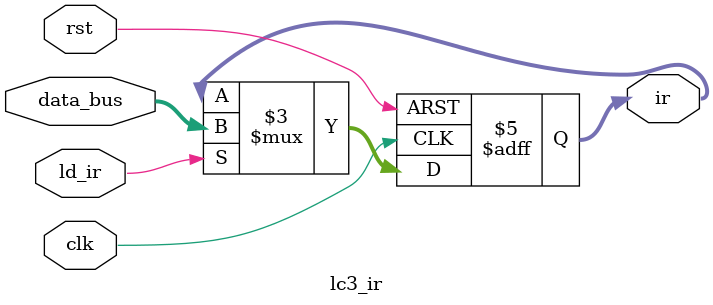
<source format=sv>
module lc3_ir
  (clk,
   rst,
   data_bus,
   ld_ir,
   ir
   );

  input              clk;
  input              rst;
  input [15:0]       data_bus;
  input              ld_ir;
  output [15:0]      ir;

  reg [15:0]         ir;


  always @(posedge clk or negedge rst)
    begin
      if (rst == 1'b0)
        begin
          ir <= {16{1'b0}};
        end
      else if (ld_ir)
        begin
          ir <= data_bus;
        end
    end

endmodule

</source>
